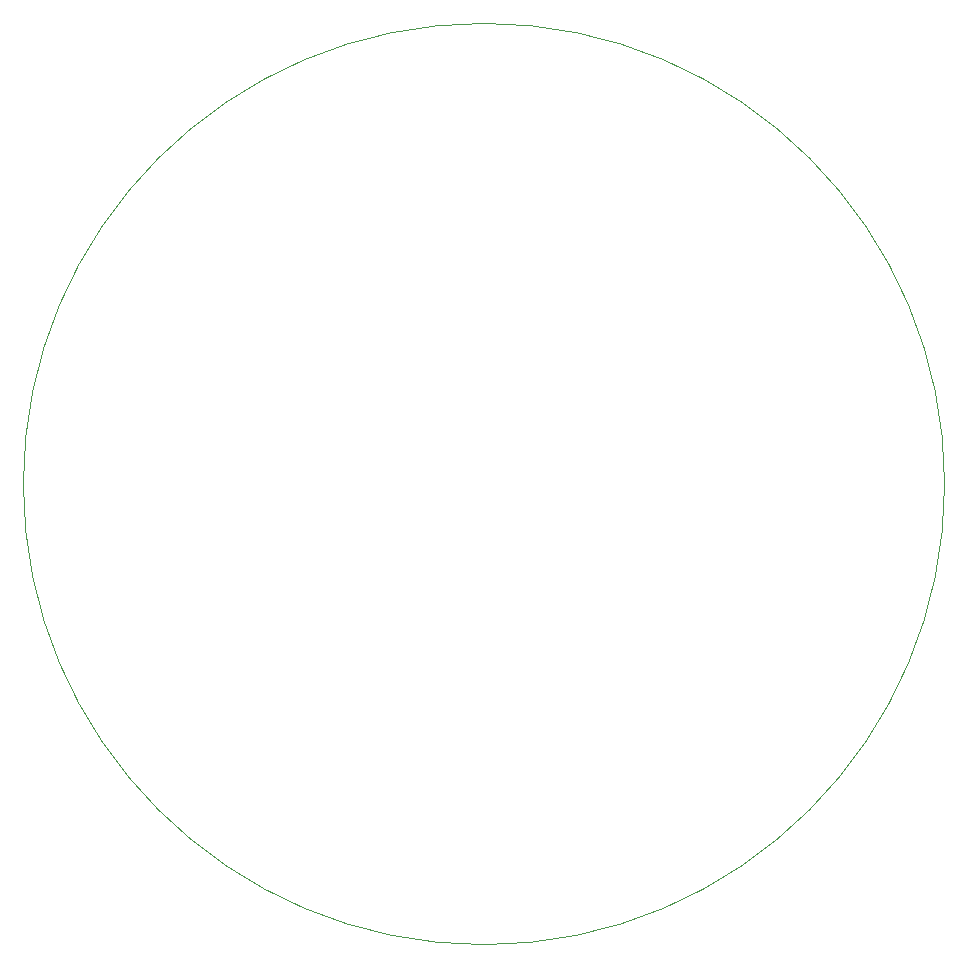
<source format=gm1>
%TF.GenerationSoftware,KiCad,Pcbnew,8.0.1*%
%TF.CreationDate,2025-11-28T14:34:22-07:00*%
%TF.ProjectId,F-UVC-Solar-WB_RevA1.1_PCB,462d5556-432d-4536-9f6c-61722d57425f,rev?*%
%TF.SameCoordinates,Original*%
%TF.FileFunction,Profile,NP*%
%FSLAX46Y46*%
G04 Gerber Fmt 4.6, Leading zero omitted, Abs format (unit mm)*
G04 Created by KiCad (PCBNEW 8.0.1) date 2025-11-28 14:34:22*
%MOMM*%
%LPD*%
G01*
G04 APERTURE LIST*
%TA.AperFunction,Profile*%
%ADD10C,0.050000*%
%TD*%
G04 APERTURE END LIST*
D10*
X242352400Y-83362800D02*
G75*
G02*
X164352400Y-83362800I-39000000J0D01*
G01*
X164352400Y-83362800D02*
G75*
G02*
X242352400Y-83362800I39000000J0D01*
G01*
M02*

</source>
